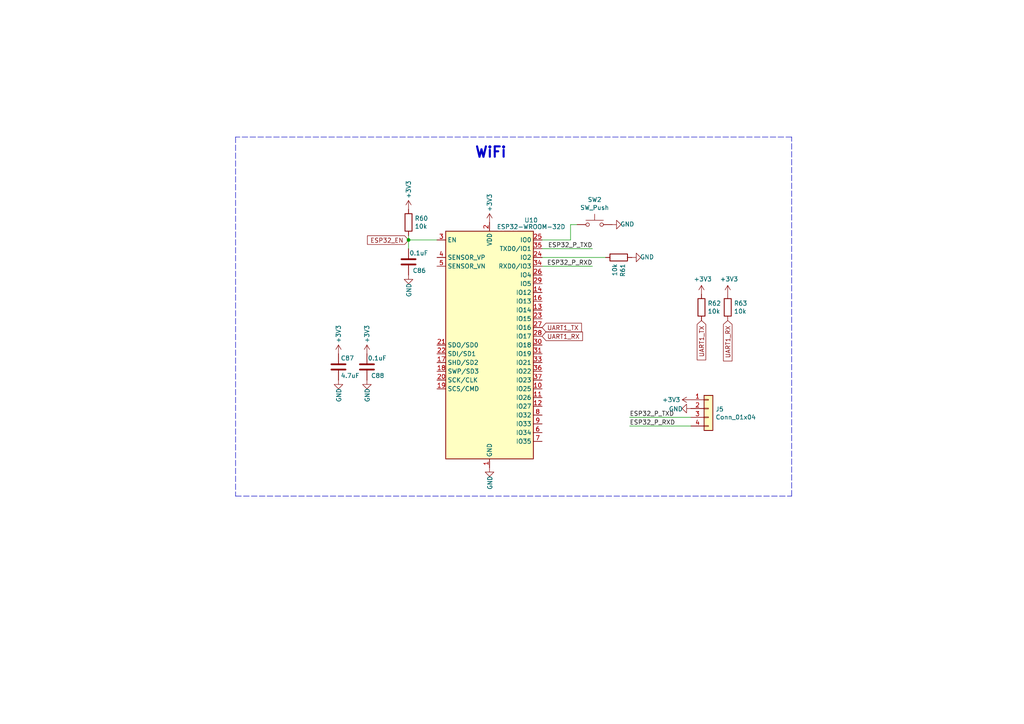
<source format=kicad_sch>
(kicad_sch (version 20211123) (generator eeschema)
  (paper "A4")
  (lib_symbols
    (symbol "Connector_Generic:Conn_01x04" (pin_names (offset 1.016) hide)
      (property "Reference" "J" (at 0 5.08 0))
      (property "Value" "Conn_01x04" (at 0 -7.62 0))
      (symbol "Conn_01x04_1_1"
        (rectangle (start -1.27 -4.953) (end 0 -5.207) (stroke (width 0.1524)))
        (rectangle (start -1.27 -2.413) (end 0 -2.667) (stroke (width 0.1524)))
        (rectangle (start -1.27 0.127) (end 0 -0.127) (stroke (width 0.1524)))
        (rectangle (start -1.27 2.667) (end 0 2.413) (stroke (width 0.1524)))
        (rectangle (start -1.27 3.81) (end 1.27 -6.35) (stroke (width 0.254)) (fill (type background)))
        (pin passive line (at -5.08 2.54 0) (length 3.81) (name "Pin_1") (number "1"))
        (pin passive line (at -5.08 0 0) (length 3.81) (name "Pin_2") (number "2"))
        (pin passive line (at -5.08 -2.54 0) (length 3.81) (name "Pin_3") (number "3"))
        (pin passive line (at -5.08 -5.08 0) (length 3.81) (name "Pin_4") (number "4"))
      )
    )
    (symbol "Device:C" (pin_numbers hide) (pin_names (offset 0.254))
      (property "Reference" "C" (at 0.635 2.54 0))
      (property "Value" "C" (at 0.635 -2.54 0))
      (symbol "C_0_1"
        (polyline (pts (xy -2.032 -0.762) (xy 2.032 -0.762)) (stroke (width 0.508)))
        (polyline (pts (xy -2.032 0.762) (xy 2.032 0.762)) (stroke (width 0.508)))
      )
      (symbol "C_1_1"
        (pin passive line (at 0 3.81 270) (length 2.794) (name "~") (number "1"))
        (pin passive line (at 0 -3.81 90) (length 2.794) (name "~") (number "2"))
      )
    )
    (symbol "Device:R" (pin_numbers hide) (pin_names (offset 0))
      (property "Reference" "R" (at 2.032 0 90))
      (property "Value" "R" (at 0 0 90))
      (symbol "R_0_1"
        (rectangle (start -1.016 -2.54) (end 1.016 2.54) (stroke (width 0.254)))
      )
      (symbol "R_1_1"
        (pin passive line (at 0 3.81 270) (length 1.27) (name "~") (number "1"))
        (pin passive line (at 0 -3.81 90) (length 1.27) (name "~") (number "2"))
      )
    )
    (symbol "RF_Module:ESP32-WROOM-32D"
      (property "Reference" "U" (at -12.7 34.29 0))
      (property "Value" "ESP32-WROOM-32D" (at 1.27 34.29 0))
      (symbol "ESP32-WROOM-32D_0_1"
        (rectangle (start -12.7 33.02) (end 12.7 -33.02) (stroke (width 0.254)) (fill (type background)))
      )
      (symbol "ESP32-WROOM-32D_1_1"
        (pin power_in line (at 0 -35.56 90) (length 2.54) (name "GND") (number "1"))
        (pin bidirectional line (at 15.24 -12.7 180) (length 2.54) (name "IO25") (number "10"))
        (pin bidirectional line (at 15.24 -15.24 180) (length 2.54) (name "IO26") (number "11"))
        (pin bidirectional line (at 15.24 -17.78 180) (length 2.54) (name "IO27") (number "12"))
        (pin bidirectional line (at 15.24 10.16 180) (length 2.54) (name "IO14") (number "13"))
        (pin bidirectional line (at 15.24 15.24 180) (length 2.54) (name "IO12") (number "14"))
        (pin passive line (at 0 -35.56 90) (length 2.54) hide (name "GND") (number "15"))
        (pin bidirectional line (at 15.24 12.7 180) (length 2.54) (name "IO13") (number "16"))
        (pin bidirectional line (at -15.24 -5.08 0) (length 2.54) (name "SHD/SD2") (number "17"))
        (pin bidirectional line (at -15.24 -7.62 0) (length 2.54) (name "SWP/SD3") (number "18"))
        (pin bidirectional line (at -15.24 -12.7 0) (length 2.54) (name "SCS/CMD") (number "19"))
        (pin power_in line (at 0 35.56 270) (length 2.54) (name "VDD") (number "2"))
        (pin bidirectional line (at -15.24 -10.16 0) (length 2.54) (name "SCK/CLK") (number "20"))
        (pin bidirectional line (at -15.24 0 0) (length 2.54) (name "SDO/SD0") (number "21"))
        (pin bidirectional line (at -15.24 -2.54 0) (length 2.54) (name "SDI/SD1") (number "22"))
        (pin bidirectional line (at 15.24 7.62 180) (length 2.54) (name "IO15") (number "23"))
        (pin bidirectional line (at 15.24 25.4 180) (length 2.54) (name "IO2") (number "24"))
        (pin bidirectional line (at 15.24 30.48 180) (length 2.54) (name "IO0") (number "25"))
        (pin bidirectional line (at 15.24 20.32 180) (length 2.54) (name "IO4") (number "26"))
        (pin bidirectional line (at 15.24 5.08 180) (length 2.54) (name "IO16") (number "27"))
        (pin bidirectional line (at 15.24 2.54 180) (length 2.54) (name "IO17") (number "28"))
        (pin bidirectional line (at 15.24 17.78 180) (length 2.54) (name "IO5") (number "29"))
        (pin input line (at -15.24 30.48 0) (length 2.54) (name "EN") (number "3"))
        (pin bidirectional line (at 15.24 0 180) (length 2.54) (name "IO18") (number "30"))
        (pin bidirectional line (at 15.24 -2.54 180) (length 2.54) (name "IO19") (number "31"))
        (pin no_connect line (at -12.7 -27.94 0) (length 2.54) hide (name "NC") (number "32"))
        (pin bidirectional line (at 15.24 -5.08 180) (length 2.54) (name "IO21") (number "33"))
        (pin bidirectional line (at 15.24 22.86 180) (length 2.54) (name "RXD0/IO3") (number "34"))
        (pin bidirectional line (at 15.24 27.94 180) (length 2.54) (name "TXD0/IO1") (number "35"))
        (pin bidirectional line (at 15.24 -7.62 180) (length 2.54) (name "IO22") (number "36"))
        (pin bidirectional line (at 15.24 -10.16 180) (length 2.54) (name "IO23") (number "37"))
        (pin passive line (at 0 -35.56 90) (length 2.54) hide (name "GND") (number "38"))
        (pin passive line (at 0 -35.56 90) (length 2.54) hide (name "GND") (number "39"))
        (pin input line (at -15.24 25.4 0) (length 2.54) (name "SENSOR_VP") (number "4"))
        (pin input line (at -15.24 22.86 0) (length 2.54) (name "SENSOR_VN") (number "5"))
        (pin input line (at 15.24 -25.4 180) (length 2.54) (name "IO34") (number "6"))
        (pin input line (at 15.24 -27.94 180) (length 2.54) (name "IO35") (number "7"))
        (pin bidirectional line (at 15.24 -20.32 180) (length 2.54) (name "IO32") (number "8"))
        (pin bidirectional line (at 15.24 -22.86 180) (length 2.54) (name "IO33") (number "9"))
      )
    )
    (symbol "Switch:SW_Push" (pin_numbers hide) (pin_names (offset 1.016) hide)
      (property "Reference" "SW" (at 1.27 2.54 0))
      (property "Value" "SW_Push" (at 0 -1.524 0))
      (symbol "SW_Push_0_1"
        (circle (center -2.032 0) (radius 0.508))
        (polyline (pts (xy 0 1.27) (xy 0 3.048)))
        (polyline (pts (xy 2.54 1.27) (xy -2.54 1.27)))
        (circle (center 2.032 0) (radius 0.508))
        (pin passive line (at -5.08 0 0) (length 2.54) (name "1") (number "1"))
        (pin passive line (at 5.08 0 180) (length 2.54) (name "2") (number "2"))
      )
    )
    (symbol "power:+3.3V" (power) (pin_names (offset 0))
      (property "Value" "+3.3V" (at 0 3.556 0))
      (symbol "+3.3V_0_1"
        (polyline (pts (xy -0.762 1.27) (xy 0 2.54)))
        (polyline (pts (xy 0 0) (xy 0 2.54)))
        (polyline (pts (xy 0 2.54) (xy 0.762 1.27)))
      )
      (symbol "+3.3V_1_1"
        (pin power_in line (at 0 0 90) (length 0) hide (name "+3V3") (number "1"))
      )
    )
    (symbol "power:GND" (power) (pin_names (offset 0))
      (property "Value" "GND" (at 0 -3.81 0))
      (symbol "GND_0_1"
        (polyline (pts (xy 0 0) (xy 0 -1.27) (xy 1.27 -1.27) (xy 0 -2.54) (xy -1.27 -1.27) (xy 0 -1.27)))
      )
      (symbol "GND_1_1"
        (pin power_in line (at 0 0 270) (length 0) hide (name "GND") (number "1"))
      )
    )
  )
  (junction (at 118.491 69.596))
  (wire (pts (xy 165.481 65.151) (xy 167.386 65.151)))
  (wire (pts (xy 157.226 74.676) (xy 175.641 74.676)))
  (polyline (pts (xy 68.326 39.751) (xy 68.326 143.891)))
  (wire (pts (xy 118.491 68.326) (xy 118.491 69.596)))
  (wire (pts (xy 126.746 69.596) (xy 118.491 69.596)))
  (wire (pts (xy 157.226 69.596) (xy 165.481 69.596)))
  (wire (pts (xy 165.481 69.596) (xy 165.481 65.151)))
  (wire (pts (xy 182.626 123.571) (xy 200.406 123.571)))
  (polyline (pts (xy 229.616 39.751) (xy 68.326 39.751)))
  (wire (pts (xy 157.226 72.136) (xy 171.831 72.136)))
  (polyline (pts (xy 229.616 143.891) (xy 229.616 39.751)))
  (polyline (pts (xy 68.326 143.891) (xy 229.616 143.891)))
  (wire (pts (xy 182.626 121.031) (xy 200.406 121.031)))
  (wire (pts (xy 118.491 69.596) (xy 118.491 72.136)))
  (wire (pts (xy 157.226 77.216) (xy 171.831 77.216)))
  (text "WiFi" (at 137.541 46.101 0) (effects (font (size 2.9972 2.9972) (thickness 0.5994) bold) (justify left bottom)))
  (label "ESP32_P_RXD" (at 171.831 77.216 180))
  (label "ESP32_P_TXD" (at 182.626 121.031 0))
  (label "ESP32_P_RXD" (at 182.626 123.571 0))
  (label "ESP32_P_TXD" (at 171.831 72.136 180))
  (global_label "UART1_TX" (shape input) (at 203.454 92.964 270) (property "Intersheet References" "${INTERSHEET_REFS}" (effects hide)))
  (global_label "ESP32_EN" (shape input) (at 118.491 69.6392 180) (property "Intersheet References" "${INTERSHEET_REFS}" (effects hide)))
  (global_label "UART1_RX" (shape input) (at 157.226 97.536 0) (property "Intersheet References" "${INTERSHEET_REFS}" (effects hide)))
  (global_label "UART1_RX" (shape input) (at 211.074 92.964 270) (property "Intersheet References" "${INTERSHEET_REFS}" (effects hide)))
  (global_label "UART1_TX" (shape input) (at 157.226 94.996 0) (property "Intersheet References" "${INTERSHEET_REFS}" (effects hide)))
  (symbol (lib_id "power:GND") (at 141.986 135.636 0) (unit 1)
    (property "Reference" "#PWR0219" (effects hide))
    (property "Value" "GND" (at 142.113 140.0302 90))
  )
  (symbol (lib_id "power:GND") (at 177.546 65.151 90) (unit 1)
    (property "Reference" "#PWR0208" (effects hide))
    (property "Value" "GND" (at 181.9402 65.024 90))
  )
  (symbol (lib_id "Connector_Generic:Conn_01x04") (at 205.486 118.491 0) (unit 1)
    (property "Reference" "J5" (at 207.518 118.6942 0) (effects (justify left)))
    (property "Value" "Conn_01x04" (at 207.518 121.0056 0) (effects (justify left)))
    (property "Footprint" "Connector_PinHeader_1.27mm:PinHeader_1x04_P1.27mm_Vertical" (effects hide))
  )
  (symbol (lib_id "Device:C") (at 106.426 106.426 180) (unit 1)
    (property "Reference" "C88" (at 111.506 108.966 0) (effects (justify left)))
    (property "Value" "0.1uF" (at 112.141 103.886 0) (effects (justify left)))
    (property "Footprint" "Capacitor_SMD:C_0603_1608Metric" (effects hide))
  )
  (symbol (lib_id "Device:R") (at 118.491 64.516 180) (unit 1)
    (property "Reference" "R60" (at 120.269 63.3476 0) (effects (justify right)))
    (property "Value" "10k" (at 120.269 65.659 0) (effects (justify right)))
    (property "Footprint" "Resistor_SMD:R_0603_1608Metric" (effects hide))
  )
  (symbol (lib_id "Device:R") (at 203.454 89.154 0) (unit 1)
    (property "Reference" "R62" (at 205.232 87.9856 0) (effects (justify left)))
    (property "Value" "10k" (at 205.232 90.297 0) (effects (justify left)))
    (property "Footprint" "Resistor_SMD:R_0603_1608Metric" (effects hide))
  )
  (symbol (lib_id "Switch:SW_Push") (at 172.466 65.151 0) (unit 1)
    (property "Reference" "SW2" (at 172.466 57.912 0))
    (property "Value" "SW_Push" (at 172.466 60.2234 0))
    (property "Footprint" "Button_Switch_SMD:SW_SPST_CK_RS282G05A3" (effects hide))
  )
  (symbol (lib_id "power:GND") (at 106.426 110.236 0) (unit 1)
    (property "Reference" "#PWR0216" (effects hide))
    (property "Value" "GND" (at 106.553 114.6302 90))
  )
  (symbol (lib_id "Device:C") (at 98.171 106.426 0) (unit 1)
    (property "Reference" "C87" (at 98.806 103.886 0) (effects (justify left)))
    (property "Value" "4.7uF" (at 98.806 108.966 0) (effects (justify left)))
    (property "Footprint" "Capacitor_SMD:C_0805_2012Metric" (effects hide))
  )
  (symbol (lib_id "power:+3.3V") (at 118.491 60.706 0) (unit 1)
    (property "Reference" "#PWR0206" (effects hide))
    (property "Value" "+3.3V" (at 118.491 54.991 90))
  )
  (symbol (lib_id "power:GND") (at 183.261 74.676 90) (unit 1)
    (property "Reference" "#PWR0209" (effects hide))
    (property "Value" "GND" (at 187.6552 74.549 90))
  )
  (symbol (lib_id "power:+3.3V") (at 106.426 102.616 0) (unit 1)
    (property "Reference" "#PWR0214" (effects hide))
    (property "Value" "+3.3V" (at 106.426 96.901 90))
  )
  (symbol (lib_id "power:+3.3V") (at 203.454 85.344 0) (unit 1)
    (property "Reference" "#PWR0211" (effects hide))
    (property "Value" "+3.3V" (at 203.835 80.9498 0))
  )
  (symbol (lib_id "power:+3.3V") (at 141.986 64.516 0) (unit 1)
    (property "Reference" "#PWR0207" (effects hide))
    (property "Value" "+3.3V" (at 141.986 58.801 90))
  )
  (symbol (lib_id "power:GND") (at 118.491 79.756 0) (unit 1)
    (property "Reference" "#PWR0210" (effects hide))
    (property "Value" "GND" (at 118.618 84.1502 90))
  )
  (symbol (lib_id "power:+3.3V") (at 98.171 102.616 0) (unit 1)
    (property "Reference" "#PWR0213" (effects hide))
    (property "Value" "+3.3V" (at 98.171 96.901 90))
  )
  (symbol (lib_id "Device:R") (at 211.074 89.154 0) (unit 1)
    (property "Reference" "R63" (at 212.852 87.9856 0) (effects (justify left)))
    (property "Value" "10k" (at 212.852 90.297 0) (effects (justify left)))
    (property "Footprint" "Resistor_SMD:R_0603_1608Metric" (effects hide))
  )
  (symbol (lib_id "power:GND") (at 200.406 118.491 270) (unit 1)
    (property "Reference" "#PWR0218" (effects hide))
    (property "Value" "GND" (at 196.0118 118.618 90))
  )
  (symbol (lib_id "power:+3.3V") (at 211.074 85.344 0) (unit 1)
    (property "Reference" "#PWR0212" (effects hide))
    (property "Value" "+3.3V" (at 211.455 80.9498 0))
  )
  (symbol (lib_id "RF_Module:ESP32-WROOM-32D") (at 141.986 100.076 0) (unit 1)
    (property "Reference" "U10" (at 154.051 63.881 0))
    (property "Value" "ESP32-WROOM-32D" (at 154.051 65.786 0))
    (property "Footprint" "Footprint:ESP32-WROOM-32D" (effects hide))
    (property "Datasheet" "https://www.espressif.com/sites/default/files/documentation/esp32-wroom-32d_esp32-wroom-32u_datasheet_en.pdf" (effects hide))
  )
  (symbol (lib_id "Device:C") (at 118.491 75.946 180) (unit 1)
    (property "Reference" "C86" (at 123.571 78.486 0) (effects (justify left)))
    (property "Value" "0.1uF" (at 124.206 73.406 0) (effects (justify left)))
    (property "Footprint" "Capacitor_SMD:C_0603_1608Metric" (effects hide))
  )
  (symbol (lib_id "power:GND") (at 98.171 110.236 0) (unit 1)
    (property "Reference" "#PWR0215" (effects hide))
    (property "Value" "GND" (at 98.298 114.6302 90))
  )
  (symbol (lib_id "power:+3.3V") (at 200.406 115.951 90) (unit 1)
    (property "Reference" "#PWR0217" (effects hide))
    (property "Value" "+3.3V" (at 194.691 115.951 90))
  )
  (symbol (lib_id "Device:R") (at 179.451 74.676 90) (unit 1)
    (property "Reference" "R61" (at 180.6194 76.454 0) (effects (justify right)))
    (property "Value" "10k" (at 178.308 76.454 0) (effects (justify right)))
    (property "Footprint" "Resistor_SMD:R_0603_1608Metric" (effects hide))
  )
)
</source>
